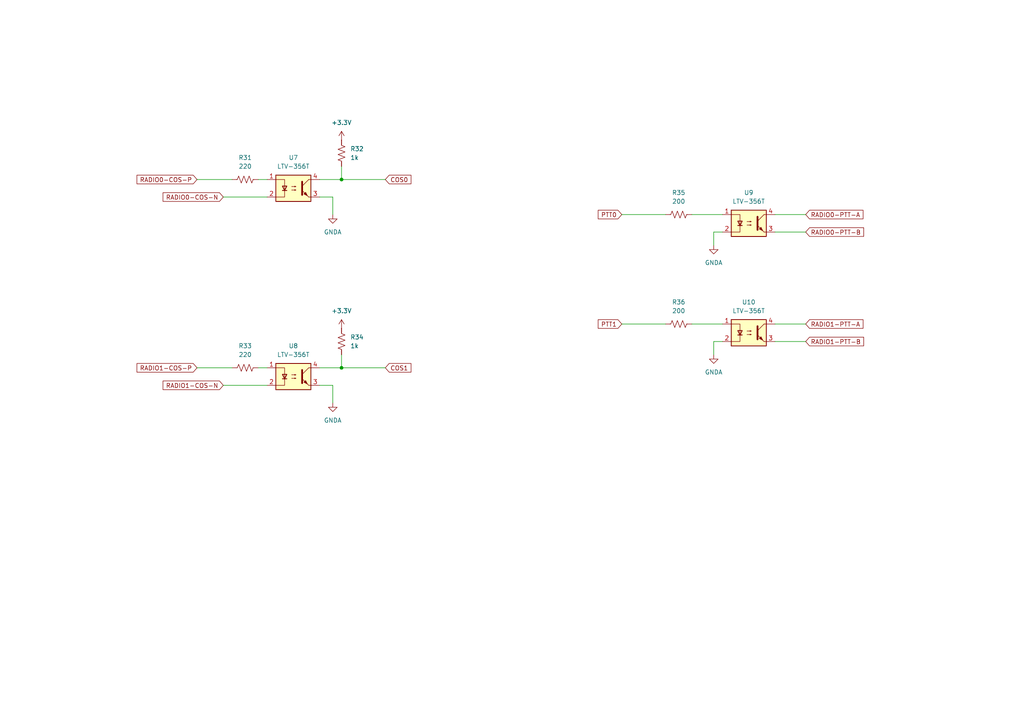
<source format=kicad_sch>
(kicad_sch (version 20231120) (generator "eeschema") (generator_version "8.0")
  (paper "A4")
  (lib_symbols
    (symbol "Device:R_US" (pin_numbers hide) (pin_names (offset 0))
      (property "Reference" "R" (at 2.54 0 90))
      (property "Value" "R_US" (at -2.54 0 90))
      (symbol "R_US_0_1"
        (polyline (pts (xy 0 -2.286) (xy 0 -2.54)))
        (polyline (pts (xy 0 2.286) (xy 0 2.54)))
        (polyline (pts (xy 0 -0.762) (xy 1.016 -1.143) (xy 0 -1.524) (xy -1.016 -1.905) (xy 0 -2.286)))
        (polyline (pts (xy 0 0.762) (xy 1.016 0.381) (xy 0 0) (xy -1.016 -0.381) (xy 0 -0.762)))
        (polyline (pts (xy 0 2.286) (xy 1.016 1.905) (xy 0 1.524) (xy -1.016 1.143) (xy 0 0.762)))
      )
      (symbol "R_US_1_1"
        (pin passive line (at 0 3.81 270) (length 1.27) (name "~") (number "1"))
        (pin passive line (at 0 -3.81 90) (length 1.27) (name "~") (number "2"))
      )
    )
    (symbol "Isolator:LTV-356T" (pin_names (offset 1.016))
      (property "Reference" "U" (at -5.334 4.826 0))
      (property "Value" "LTV-356T" (at 0 5.08 0))
      (symbol "LTV-356T_0_1"
        (rectangle (start -5.08 3.81) (end 5.08 -3.81) (stroke (width 0.254)) (fill (type background)))
        (polyline (pts (xy -3.175 -0.635) (xy -1.905 -0.635)) (stroke (width 0.254)))
        (polyline (pts (xy 2.54 0.635) (xy 4.445 2.54)))
        (polyline (pts (xy 4.445 -2.54) (xy 2.54 -0.635)) (fill (type outline)))
        (polyline (pts (xy 4.445 -2.54) (xy 5.08 -2.54)))
        (polyline (pts (xy 4.445 2.54) (xy 5.08 2.54)))
        (polyline (pts (xy -5.08 2.54) (xy -2.54 2.54) (xy -2.54 -0.762)))
        (polyline (pts (xy -2.54 -0.635) (xy -2.54 -2.54) (xy -5.08 -2.54)))
        (polyline (pts (xy 2.54 1.905) (xy 2.54 -1.905) (xy 2.54 -1.905)) (stroke (width 0.508)))
        (polyline (pts (xy -2.54 -0.635) (xy -3.175 0.635) (xy -1.905 0.635) (xy -2.54 -0.635)) (stroke (width 0.254)))
        (polyline (pts (xy -0.508 -0.508) (xy 0.762 -0.508) (xy 0.381 -0.635) (xy 0.381 -0.381) (xy 0.762 -0.508)))
        (polyline (pts (xy -0.508 0.508) (xy 0.762 0.508) (xy 0.381 0.381) (xy 0.381 0.635) (xy 0.762 0.508)))
        (polyline (pts (xy 3.048 -1.651) (xy 3.556 -1.143) (xy 4.064 -2.159) (xy 3.048 -1.651) (xy 3.048 -1.651)) (fill (type outline)))
      )
      (symbol "LTV-356T_1_1"
        (pin passive line (at -7.62 2.54 0) (length 2.54) (name "~") (number "1"))
        (pin passive line (at -7.62 -2.54 0) (length 2.54) (name "~") (number "2"))
        (pin passive line (at 7.62 -2.54 180) (length 2.54) (name "~") (number "3"))
        (pin passive line (at 7.62 2.54 180) (length 2.54) (name "~") (number "4"))
      )
    )
    (symbol "power:+3.3V" (power) (pin_numbers hide) (pin_names (offset 0) hide)
      (property "Value" "+3.3V" (at 0 3.556 0))
      (symbol "+3.3V_0_1"
        (polyline (pts (xy -0.762 1.27) (xy 0 2.54)))
        (polyline (pts (xy 0 0) (xy 0 2.54)))
        (polyline (pts (xy 0 2.54) (xy 0.762 1.27)))
      )
      (symbol "+3.3V_1_1"
        (pin power_in line (at 0 0 90) (length 0) (name "~") (number "1"))
      )
    )
    (symbol "power:GNDA" (power) (pin_numbers hide) (pin_names (offset 0) hide)
      (property "Value" "GNDA" (at 0 -3.81 0))
      (symbol "GNDA_0_1"
        (polyline (pts (xy 0 0) (xy 0 -1.27) (xy 1.27 -1.27) (xy 0 -2.54) (xy -1.27 -1.27) (xy 0 -1.27)))
      )
      (symbol "GNDA_1_1"
        (pin power_in line (at 0 0 270) (length 0) (name "~") (number "1"))
      )
    )
  )
  (junction (at 99.06 52.07))
  (junction (at 99.06 106.68))
  (wire (pts (xy 224.79 93.98) (xy 233.68 93.98)))
  (wire (pts (xy 224.79 99.06) (xy 233.68 99.06)))
  (wire (pts (xy 99.06 106.68) (xy 111.76 106.68)))
  (wire (pts (xy 224.79 67.31) (xy 233.68 67.31)))
  (wire (pts (xy 57.15 52.07) (xy 67.31 52.07)))
  (wire (pts (xy 209.55 99.06) (xy 207.01 99.06)))
  (wire (pts (xy 224.79 62.23) (xy 233.68 62.23)))
  (wire (pts (xy 180.34 93.98) (xy 193.04 93.98)))
  (wire (pts (xy 200.66 93.98) (xy 209.55 93.98)))
  (wire (pts (xy 99.06 48.26) (xy 99.06 52.07)))
  (wire (pts (xy 64.77 57.15) (xy 77.47 57.15)))
  (wire (pts (xy 92.71 57.15) (xy 96.52 57.15)))
  (wire (pts (xy 96.52 57.15) (xy 96.52 62.23)))
  (wire (pts (xy 92.71 106.68) (xy 99.06 106.68)))
  (wire (pts (xy 99.06 102.87) (xy 99.06 106.68)))
  (wire (pts (xy 207.01 99.06) (xy 207.01 102.87)))
  (wire (pts (xy 92.71 52.07) (xy 99.06 52.07)))
  (wire (pts (xy 92.71 111.76) (xy 96.52 111.76)))
  (wire (pts (xy 180.34 62.23) (xy 193.04 62.23)))
  (wire (pts (xy 64.77 111.76) (xy 77.47 111.76)))
  (wire (pts (xy 207.01 67.31) (xy 207.01 71.12)))
  (wire (pts (xy 200.66 62.23) (xy 209.55 62.23)))
  (wire (pts (xy 74.93 52.07) (xy 77.47 52.07)))
  (wire (pts (xy 74.93 106.68) (xy 77.47 106.68)))
  (wire (pts (xy 57.15 106.68) (xy 67.31 106.68)))
  (wire (pts (xy 209.55 67.31) (xy 207.01 67.31)))
  (wire (pts (xy 96.52 111.76) (xy 96.52 116.84)))
  (wire (pts (xy 99.06 52.07) (xy 111.76 52.07)))
  (global_label "RADIO0-COS-N" (shape input) (at 64.77 57.15 180) (property "Intersheetrefs" "${INTERSHEET_REFS}" (effects (hide yes))))
  (global_label "RADIO1-COS-N" (shape input) (at 64.77 111.76 180) (property "Intersheetrefs" "${INTERSHEET_REFS}" (effects (hide yes))))
  (global_label "RADIO1-PTT-A" (shape input) (at 233.68 93.98 0) (property "Intersheetrefs" "${INTERSHEET_REFS}" (effects (hide yes))))
  (global_label "PTT1" (shape input) (at 180.34 93.98 180) (property "Intersheetrefs" "${INTERSHEET_REFS}" (effects (hide yes))))
  (global_label "RADIO1-COS-P" (shape input) (at 57.15 106.68 180) (property "Intersheetrefs" "${INTERSHEET_REFS}" (effects (hide yes))))
  (global_label "PTT0" (shape input) (at 180.34 62.23 180) (property "Intersheetrefs" "${INTERSHEET_REFS}" (effects (hide yes))))
  (global_label "RADIO0-COS-P" (shape input) (at 57.15 52.07 180) (property "Intersheetrefs" "${INTERSHEET_REFS}" (effects (hide yes))))
  (global_label "RADIO0-PTT-A" (shape input) (at 233.68 62.23 0) (property "Intersheetrefs" "${INTERSHEET_REFS}" (effects (hide yes))))
  (global_label "COS0" (shape input) (at 111.76 52.07 0) (property "Intersheetrefs" "${INTERSHEET_REFS}" (effects (hide yes))))
  (global_label "RADIO0-PTT-B" (shape input) (at 233.68 67.31 0) (property "Intersheetrefs" "${INTERSHEET_REFS}" (effects (hide yes))))
  (global_label "COS1" (shape input) (at 111.76 106.68 0) (property "Intersheetrefs" "${INTERSHEET_REFS}" (effects (hide yes))))
  (global_label "RADIO1-PTT-B" (shape input) (at 233.68 99.06 0) (property "Intersheetrefs" "${INTERSHEET_REFS}" (effects (hide yes))))
  (symbol (lib_id "Isolator:LTV-356T") (at 85.09 109.22 0) (unit 1)
    (property "Reference" "U8" (at 85.09 100.33 0))
    (property "Value" "LTV-356T" (at 85.09 102.87 0))
    (property "Footprint" "Package_SO:SO-4_4.4x3.6mm_P2.54mm" (effects (hide yes)))
    (property "Datasheet" "http://optoelectronics.liteon.com/upload/download/DS70-2001-010/S_110_LTV-356T%2020140520.pdf" (effects (hide yes)))
    (property "Description" "DC Optocoupler, Vce 80V, CTR 50%, SO-4" (effects (hide yes)))
  )
  (symbol (lib_id "Isolator:LTV-356T") (at 217.17 96.52 0) (unit 1)
    (property "Reference" "U10" (at 217.17 87.63 0))
    (property "Value" "LTV-356T" (at 217.17 90.17 0))
    (property "Footprint" "Package_SO:SO-4_4.4x3.6mm_P2.54mm" (effects (hide yes)))
    (property "Datasheet" "http://optoelectronics.liteon.com/upload/download/DS70-2001-010/S_110_LTV-356T%2020140520.pdf" (effects (hide yes)))
    (property "Description" "DC Optocoupler, Vce 80V, CTR 50%, SO-4" (effects (hide yes)))
  )
  (symbol (lib_id "Device:R_US") (at 196.85 62.23 90) (unit 1)
    (property "Reference" "R35" (at 196.85 55.88 90))
    (property "Value" "200" (at 196.85 58.42 90))
    (property "Footprint" "Resistor_SMD:R_0805_2012Metric_Pad1.20x1.40mm_HandSolder" (effects (hide yes)))
    (property "Description" "Resistor, US symbol" (effects (hide yes)))
  )
  (symbol (lib_id "power:GNDA") (at 207.01 71.12 0) (unit 1)
    (property "Reference" "#PWR041" (effects (hide yes)))
    (property "Value" "GNDA" (at 207.01 76.2 0))
    (property "Description" "Power symbol creates a global label with name \"GNDA\" , analog ground" (effects (hide yes)))
  )
  (symbol (lib_id "Device:R_US") (at 71.12 52.07 90) (unit 1)
    (property "Reference" "R31" (at 71.12 45.72 90))
    (property "Value" "220" (at 71.12 48.26 90))
    (property "Footprint" "Resistor_SMD:R_0805_2012Metric_Pad1.20x1.40mm_HandSolder" (effects (hide yes)))
    (property "Description" "Resistor, US symbol" (effects (hide yes)))
  )
  (symbol (lib_id "power:GNDA") (at 207.01 102.87 0) (unit 1)
    (property "Reference" "#PWR042" (effects (hide yes)))
    (property "Value" "GNDA" (at 207.01 107.95 0))
    (property "Description" "Power symbol creates a global label with name \"GNDA\" , analog ground" (effects (hide yes)))
  )
  (symbol (lib_id "Device:R_US") (at 99.06 99.06 0) (unit 1)
    (property "Reference" "R34" (at 101.6 97.79 0) (effects (justify left)))
    (property "Value" "1k" (at 101.6 100.33 0) (effects (justify left)))
    (property "Footprint" "Resistor_SMD:R_0805_2012Metric_Pad1.20x1.40mm_HandSolder" (effects (hide yes)))
    (property "Description" "Resistor, US symbol" (effects (hide yes)))
  )
  (symbol (lib_id "Device:R_US") (at 196.85 93.98 90) (unit 1)
    (property "Reference" "R36" (at 196.85 87.63 90))
    (property "Value" "200" (at 196.85 90.17 90))
    (property "Footprint" "Resistor_SMD:R_0805_2012Metric_Pad1.20x1.40mm_HandSolder" (effects (hide yes)))
    (property "Description" "Resistor, US symbol" (effects (hide yes)))
  )
  (symbol (lib_id "Device:R_US") (at 71.12 106.68 90) (unit 1)
    (property "Reference" "R33" (at 71.12 100.33 90))
    (property "Value" "220" (at 71.12 102.87 90))
    (property "Footprint" "Resistor_SMD:R_0805_2012Metric_Pad1.20x1.40mm_HandSolder" (effects (hide yes)))
    (property "Description" "Resistor, US symbol" (effects (hide yes)))
  )
  (symbol (lib_id "Device:R_US") (at 99.06 44.45 0) (unit 1)
    (property "Reference" "R32" (at 101.6 43.18 0) (effects (justify left)))
    (property "Value" "1k" (at 101.6 45.72 0) (effects (justify left)))
    (property "Footprint" "Resistor_SMD:R_0805_2012Metric_Pad1.20x1.40mm_HandSolder" (effects (hide yes)))
    (property "Description" "Resistor, US symbol" (effects (hide yes)))
  )
  (symbol (lib_id "power:+3.3V") (at 99.06 95.25 0) (unit 1)
    (property "Reference" "#PWR040" (effects (hide yes)))
    (property "Value" "+3.3V" (at 99.06 90.17 0))
    (property "Description" "Power symbol creates a global label with name \"+3.3V\"" (effects (hide yes)))
  )
  (symbol (lib_id "Isolator:LTV-356T") (at 217.17 64.77 0) (unit 1)
    (property "Reference" "U9" (at 217.17 55.88 0))
    (property "Value" "LTV-356T" (at 217.17 58.42 0))
    (property "Footprint" "Package_SO:SO-4_4.4x3.6mm_P2.54mm" (effects (hide yes)))
    (property "Datasheet" "http://optoelectronics.liteon.com/upload/download/DS70-2001-010/S_110_LTV-356T%2020140520.pdf" (effects (hide yes)))
    (property "Description" "DC Optocoupler, Vce 80V, CTR 50%, SO-4" (effects (hide yes)))
  )
  (symbol (lib_id "Isolator:LTV-356T") (at 85.09 54.61 0) (unit 1)
    (property "Reference" "U7" (at 85.09 45.72 0))
    (property "Value" "LTV-356T" (at 85.09 48.26 0))
    (property "Footprint" "Package_SO:SO-4_4.4x3.6mm_P2.54mm" (effects (hide yes)))
    (property "Datasheet" "http://optoelectronics.liteon.com/upload/download/DS70-2001-010/S_110_LTV-356T%2020140520.pdf" (effects (hide yes)))
    (property "Description" "DC Optocoupler, Vce 80V, CTR 50%, SO-4" (effects (hide yes)))
  )
  (symbol (lib_id "power:GNDA") (at 96.52 62.23 0) (unit 1)
    (property "Reference" "#PWR037" (effects (hide yes)))
    (property "Value" "GNDA" (at 96.52 67.31 0))
    (property "Description" "Power symbol creates a global label with name \"GNDA\" , analog ground" (effects (hide yes)))
  )
  (symbol (lib_id "power:GNDA") (at 96.52 116.84 0) (unit 1)
    (property "Reference" "#PWR039" (effects (hide yes)))
    (property "Value" "GNDA" (at 96.52 121.92 0))
    (property "Description" "Power symbol creates a global label with name \"GNDA\" , analog ground" (effects (hide yes)))
  )
  (symbol (lib_id "power:+3.3V") (at 99.06 40.64 0) (unit 1)
    (property "Reference" "#PWR038" (effects (hide yes)))
    (property "Value" "+3.3V" (at 99.06 35.56 0))
    (property "Description" "Power symbol creates a global label with name \"+3.3V\"" (effects (hide yes)))
  )
)
</source>
